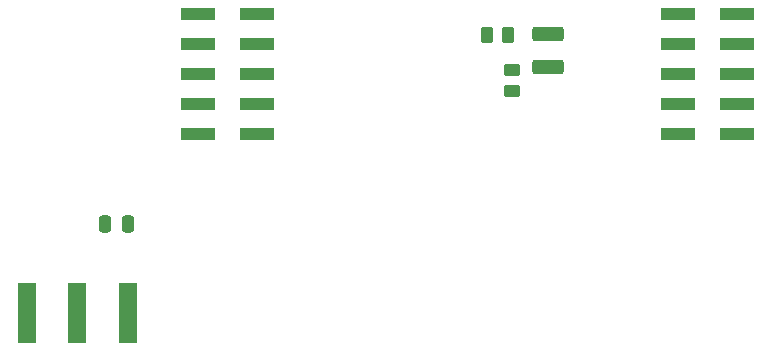
<source format=gbp>
%TF.GenerationSoftware,KiCad,Pcbnew,(6.0.9)*%
%TF.CreationDate,2022-12-04T20:54:03+08:00*%
%TF.ProjectId,kirdyShield,6b697264-7953-4686-9965-6c642e6b6963,rev?*%
%TF.SameCoordinates,Original*%
%TF.FileFunction,Paste,Bot*%
%TF.FilePolarity,Positive*%
%FSLAX46Y46*%
G04 Gerber Fmt 4.6, Leading zero omitted, Abs format (unit mm)*
G04 Created by KiCad (PCBNEW (6.0.9)) date 2022-12-04 20:54:03*
%MOMM*%
%LPD*%
G01*
G04 APERTURE LIST*
G04 Aperture macros list*
%AMRoundRect*
0 Rectangle with rounded corners*
0 $1 Rounding radius*
0 $2 $3 $4 $5 $6 $7 $8 $9 X,Y pos of 4 corners*
0 Add a 4 corners polygon primitive as box body*
4,1,4,$2,$3,$4,$5,$6,$7,$8,$9,$2,$3,0*
0 Add four circle primitives for the rounded corners*
1,1,$1+$1,$2,$3*
1,1,$1+$1,$4,$5*
1,1,$1+$1,$6,$7*
1,1,$1+$1,$8,$9*
0 Add four rect primitives between the rounded corners*
20,1,$1+$1,$2,$3,$4,$5,0*
20,1,$1+$1,$4,$5,$6,$7,0*
20,1,$1+$1,$6,$7,$8,$9,0*
20,1,$1+$1,$8,$9,$2,$3,0*%
G04 Aperture macros list end*
%ADD10RoundRect,0.250000X-1.075000X0.375000X-1.075000X-0.375000X1.075000X-0.375000X1.075000X0.375000X0*%
%ADD11R,1.500000X5.080000*%
%ADD12RoundRect,0.250000X-0.450000X0.262500X-0.450000X-0.262500X0.450000X-0.262500X0.450000X0.262500X0*%
%ADD13R,3.000000X1.000000*%
%ADD14RoundRect,0.250000X-0.262500X-0.450000X0.262500X-0.450000X0.262500X0.450000X-0.262500X0.450000X0*%
%ADD15RoundRect,0.250000X0.250000X0.475000X-0.250000X0.475000X-0.250000X-0.475000X0.250000X-0.475000X0*%
G04 APERTURE END LIST*
D10*
%TO.C,L1*%
X109728000Y-121028000D03*
X109728000Y-123828000D03*
%TD*%
D11*
%TO.C,J5*%
X69850000Y-144637500D03*
X65600000Y-144637500D03*
X74100000Y-144637500D03*
%TD*%
D12*
%TO.C,R2*%
X106680000Y-124055500D03*
X106680000Y-125880500D03*
%TD*%
D13*
%TO.C,J1*%
X125710000Y-129540000D03*
X120670000Y-129540000D03*
X125710000Y-127000000D03*
X120670000Y-127000000D03*
X125710000Y-124460000D03*
X120670000Y-124460000D03*
X125710000Y-121920000D03*
X120670000Y-121920000D03*
X125710000Y-119380000D03*
X120670000Y-119380000D03*
%TD*%
%TO.C,J3*%
X80030000Y-119380000D03*
X85070000Y-119380000D03*
X80030000Y-121920000D03*
X85070000Y-121920000D03*
X80030000Y-124460000D03*
X85070000Y-124460000D03*
X80030000Y-127000000D03*
X85070000Y-127000000D03*
X80030000Y-129540000D03*
X85070000Y-129540000D03*
%TD*%
D14*
%TO.C,R1*%
X104497500Y-121158000D03*
X106322500Y-121158000D03*
%TD*%
D15*
%TO.C,C1*%
X74102000Y-137160000D03*
X72202000Y-137160000D03*
%TD*%
M02*

</source>
